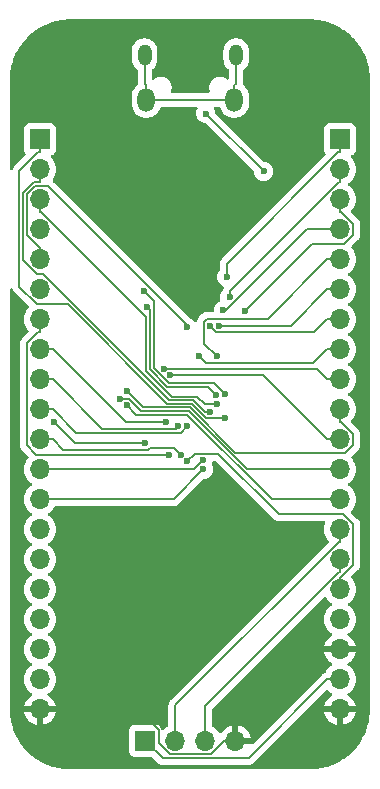
<source format=gbr>
G04 #@! TF.GenerationSoftware,KiCad,Pcbnew,7.0.5*
G04 #@! TF.CreationDate,2023-06-26T03:35:33+05:30*
G04 #@! TF.ProjectId,STM32_Dev_Board_v0.1,53544d33-325f-4446-9576-5f426f617264,rev?*
G04 #@! TF.SameCoordinates,Original*
G04 #@! TF.FileFunction,Copper,L2,Bot*
G04 #@! TF.FilePolarity,Positive*
%FSLAX46Y46*%
G04 Gerber Fmt 4.6, Leading zero omitted, Abs format (unit mm)*
G04 Created by KiCad (PCBNEW 7.0.5) date 2023-06-26 03:35:33*
%MOMM*%
%LPD*%
G01*
G04 APERTURE LIST*
G04 #@! TA.AperFunction,ComponentPad*
%ADD10R,1.700000X1.700000*%
G04 #@! TD*
G04 #@! TA.AperFunction,ComponentPad*
%ADD11O,1.700000X1.700000*%
G04 #@! TD*
G04 #@! TA.AperFunction,ComponentPad*
%ADD12O,1.450000X2.000000*%
G04 #@! TD*
G04 #@! TA.AperFunction,ComponentPad*
%ADD13O,1.150000X1.800000*%
G04 #@! TD*
G04 #@! TA.AperFunction,ViaPad*
%ADD14C,0.600000*%
G04 #@! TD*
G04 #@! TA.AperFunction,Conductor*
%ADD15C,0.152400*%
G04 #@! TD*
G04 APERTURE END LIST*
D10*
X101600000Y-53340000D03*
D11*
X101600000Y-55880000D03*
X101600000Y-58420000D03*
X101600000Y-60960000D03*
X101600000Y-63500000D03*
X101600000Y-66040000D03*
X101600000Y-68580000D03*
X101600000Y-71120000D03*
X101600000Y-73660000D03*
X101600000Y-76200000D03*
X101600000Y-78740000D03*
X101600000Y-81280000D03*
X101600000Y-83820000D03*
X101600000Y-86360000D03*
X101600000Y-88900000D03*
X101600000Y-91440000D03*
X101600000Y-93980000D03*
X101600000Y-96520000D03*
X101600000Y-99060000D03*
X101600000Y-101600000D03*
D10*
X76200000Y-53340000D03*
D11*
X76200000Y-55880000D03*
X76200000Y-58420000D03*
X76200000Y-60960000D03*
X76200000Y-63500000D03*
X76200000Y-66040000D03*
X76200000Y-68580000D03*
X76200000Y-71120000D03*
X76200000Y-73660000D03*
X76200000Y-76200000D03*
X76200000Y-78740000D03*
X76200000Y-81280000D03*
X76200000Y-83820000D03*
X76200000Y-86360000D03*
X76200000Y-88900000D03*
X76200000Y-91440000D03*
X76200000Y-93980000D03*
X76200000Y-96520000D03*
X76200000Y-99060000D03*
X76200000Y-101600000D03*
D12*
X92665000Y-50001400D03*
X85215000Y-50001400D03*
D13*
X92815000Y-46201400D03*
X85065000Y-46201400D03*
D10*
X85125400Y-104267000D03*
D11*
X87665400Y-104267000D03*
X90205400Y-104267000D03*
X92745400Y-104267000D03*
D14*
X85107200Y-79088600D03*
X77373900Y-77255000D03*
X88658000Y-80608300D03*
X87201100Y-73336000D03*
X83539700Y-74618200D03*
X86667600Y-72802600D03*
X89650000Y-71717700D03*
X90585300Y-69114000D03*
X91345300Y-69119700D03*
X91150000Y-71728100D03*
X91733800Y-67814900D03*
X93538000Y-67917900D03*
X92267300Y-66720900D03*
X92025200Y-64995800D03*
X90044600Y-81286200D03*
X89996400Y-80517000D03*
X88139700Y-80059800D03*
X88658100Y-77636300D03*
X91179700Y-75790900D03*
X90580600Y-76405000D03*
X91870100Y-76935500D03*
X82991200Y-75345900D03*
X83541400Y-75876500D03*
X87900900Y-77639400D03*
X86831600Y-77301000D03*
X87150000Y-80040000D03*
X88609300Y-69260600D03*
X95138600Y-56058000D03*
X90240000Y-51159400D03*
X84995500Y-66199300D03*
X91846500Y-74900500D03*
X91079400Y-74953100D03*
X85292400Y-67564000D03*
D15*
X79207500Y-79088600D02*
X85107200Y-79088600D01*
X77373900Y-77255000D02*
X79207500Y-79088600D01*
X101600000Y-91440000D02*
X101600000Y-90359500D01*
X89287300Y-79979000D02*
X88658000Y-80608300D01*
X91291800Y-79979000D02*
X89287300Y-79979000D01*
X96402800Y-85090000D02*
X91291800Y-79979000D01*
X101887000Y-85090000D02*
X96402800Y-85090000D01*
X102700100Y-85903100D02*
X101887000Y-85090000D01*
X102700100Y-89371300D02*
X102700100Y-85903100D01*
X101711900Y-90359500D02*
X102700100Y-89371300D01*
X101600000Y-90359500D02*
X101711900Y-90359500D01*
X101600000Y-78740000D02*
X100519500Y-78740000D01*
X95115500Y-73336000D02*
X87201100Y-73336000D01*
X100519500Y-78740000D02*
X95115500Y-73336000D01*
X101600000Y-76200000D02*
X101600000Y-77280500D01*
X84958800Y-76037300D02*
X83539700Y-74618200D01*
X88911600Y-76037300D02*
X84958800Y-76037300D01*
X92744800Y-79870500D02*
X88911600Y-76037300D01*
X102065500Y-79870500D02*
X92744800Y-79870500D01*
X102720800Y-79215200D02*
X102065500Y-79870500D01*
X102720800Y-78289400D02*
X102720800Y-79215200D01*
X101711900Y-77280500D02*
X102720800Y-78289400D01*
X101600000Y-77280500D02*
X101711900Y-77280500D01*
X101600000Y-73660000D02*
X100519500Y-73660000D01*
X99662100Y-72802600D02*
X86667600Y-72802600D01*
X100519500Y-73660000D02*
X99662100Y-72802600D01*
X101600000Y-71120000D02*
X100519500Y-71120000D01*
X90229000Y-72296700D02*
X89650000Y-71717700D01*
X99342800Y-72296700D02*
X90229000Y-72296700D01*
X100519500Y-71120000D02*
X99342800Y-72296700D01*
X101600000Y-68580000D02*
X100519500Y-68580000D01*
X91131700Y-69660400D02*
X90585300Y-69114000D01*
X99439100Y-69660400D02*
X91131700Y-69660400D01*
X100519500Y-68580000D02*
X99439100Y-69660400D01*
X101600000Y-66040000D02*
X100519500Y-66040000D01*
X97439800Y-69119700D02*
X91345300Y-69119700D01*
X100519500Y-66040000D02*
X97439800Y-69119700D01*
X101600000Y-63500000D02*
X100519500Y-63500000D01*
X90053600Y-70631700D02*
X91150000Y-71728100D01*
X90053600Y-68810600D02*
X90053600Y-70631700D01*
X90320400Y-68543800D02*
X90053600Y-68810600D01*
X95475700Y-68543800D02*
X90320400Y-68543800D01*
X100519500Y-63500000D02*
X95475700Y-68543800D01*
X91733800Y-67814800D02*
X91733800Y-67814900D01*
X91923600Y-67814800D02*
X91733800Y-67814800D01*
X98778400Y-60960000D02*
X91923600Y-67814800D01*
X101600000Y-60960000D02*
X98778400Y-60960000D01*
X101600000Y-58420000D02*
X101600000Y-59500500D01*
X101711900Y-59500500D02*
X101600000Y-59500500D01*
X102694300Y-60482900D02*
X101711900Y-59500500D01*
X102694300Y-61461700D02*
X102694300Y-60482900D01*
X101926000Y-62230000D02*
X102694300Y-61461700D01*
X99225900Y-62230000D02*
X101926000Y-62230000D01*
X93538000Y-67917900D02*
X99225900Y-62230000D01*
X101488100Y-56960500D02*
X101600000Y-56960500D01*
X92267300Y-66181300D02*
X101488100Y-56960500D01*
X92267300Y-66720900D02*
X92267300Y-66181300D01*
X101600000Y-55880000D02*
X101600000Y-56960500D01*
X101600000Y-53340000D02*
X101600000Y-54420500D01*
X101464900Y-54420500D02*
X101600000Y-54420500D01*
X92025200Y-63860200D02*
X101464900Y-54420500D01*
X92025200Y-64995800D02*
X92025200Y-63860200D01*
X87510800Y-83820000D02*
X90044600Y-81286200D01*
X76200000Y-83820000D02*
X87510800Y-83820000D01*
X76200000Y-81280000D02*
X77280500Y-81280000D01*
X89233400Y-81280000D02*
X89996400Y-80517000D01*
X77280500Y-81280000D02*
X89233400Y-81280000D01*
X76200000Y-78740000D02*
X77280500Y-78740000D01*
X87545600Y-79465700D02*
X88139700Y-80059800D01*
X85480400Y-79465700D02*
X87545600Y-79465700D01*
X85327000Y-79619100D02*
X85480400Y-79465700D01*
X78159600Y-79619100D02*
X85327000Y-79619100D01*
X77280500Y-78740000D02*
X78159600Y-79619100D01*
X76200000Y-76200000D02*
X77280500Y-76200000D01*
X79252500Y-78172000D02*
X77280500Y-76200000D01*
X88122400Y-78172000D02*
X79252500Y-78172000D01*
X88658100Y-77636300D02*
X88122400Y-78172000D01*
X76311900Y-59500500D02*
X76200000Y-59500500D01*
X85179500Y-68368100D02*
X76311900Y-59500500D01*
X85179500Y-72941500D02*
X85179500Y-68368100D01*
X87355200Y-75117200D02*
X85179500Y-72941500D01*
X89508500Y-75117200D02*
X87355200Y-75117200D01*
X90182200Y-75790900D02*
X89508500Y-75117200D01*
X91179700Y-75790900D02*
X90182200Y-75790900D01*
X76200000Y-58420000D02*
X76200000Y-59500500D01*
X76200000Y-55880000D02*
X76200000Y-56960500D01*
X90146800Y-76405000D02*
X90580600Y-76405000D01*
X89165700Y-75423900D02*
X90146800Y-76405000D01*
X87126900Y-75423900D02*
X89165700Y-75423900D01*
X76473000Y-64770000D02*
X87126900Y-75423900D01*
X75940500Y-64770000D02*
X76473000Y-64770000D01*
X74764700Y-63594200D02*
X75940500Y-64770000D01*
X74764700Y-57855500D02*
X74764700Y-63594200D01*
X75659700Y-56960500D02*
X74764700Y-57855500D01*
X76200000Y-56960500D02*
X75659700Y-56960500D01*
X76200000Y-53340000D02*
X76200000Y-54420500D01*
X90243600Y-76935500D02*
X91870100Y-76935500D01*
X89038700Y-75730600D02*
X90243600Y-76935500D01*
X86957500Y-75730600D02*
X89038700Y-75730600D01*
X78536900Y-67310000D02*
X86957500Y-75730600D01*
X75925700Y-67310000D02*
X78536900Y-67310000D01*
X74458000Y-65842300D02*
X75925700Y-67310000D01*
X74458000Y-56027400D02*
X74458000Y-65842300D01*
X76064900Y-54420500D02*
X74458000Y-56027400D01*
X76200000Y-54420500D02*
X76064900Y-54420500D01*
X92815000Y-48620900D02*
X92665000Y-48770900D01*
X92815000Y-46201400D02*
X92815000Y-48620900D01*
X92665000Y-50001400D02*
X92665000Y-48770900D01*
X92665000Y-50001400D02*
X91709500Y-50001400D01*
X85215000Y-50001400D02*
X91709500Y-50001400D01*
X85065000Y-48620900D02*
X85215000Y-48770900D01*
X85065000Y-46201400D02*
X85065000Y-48620900D01*
X85215000Y-50001400D02*
X85215000Y-48770900D01*
X101600000Y-81280000D02*
X100519500Y-81280000D01*
X93720500Y-81280000D02*
X100519500Y-81280000D01*
X88784500Y-76344000D02*
X93720500Y-81280000D01*
X84767100Y-76344000D02*
X88784500Y-76344000D01*
X83769000Y-75345900D02*
X84767100Y-76344000D01*
X82991200Y-75345900D02*
X83769000Y-75345900D01*
X101600000Y-83820000D02*
X100519500Y-83820000D01*
X95826700Y-83820000D02*
X100519500Y-83820000D01*
X88690400Y-76683700D02*
X95826700Y-83820000D01*
X84348600Y-76683700D02*
X88690400Y-76683700D01*
X83541400Y-75876500D02*
X84348600Y-76683700D01*
X76200000Y-73660000D02*
X77280500Y-73660000D01*
X87708800Y-77831500D02*
X87900900Y-77639400D01*
X81452000Y-77831500D02*
X87708800Y-77831500D01*
X77280500Y-73660000D02*
X81452000Y-77831500D01*
X76200000Y-71120000D02*
X77280500Y-71120000D01*
X83461500Y-77301000D02*
X86831600Y-77301000D01*
X77280500Y-71120000D02*
X83461500Y-77301000D01*
X76200000Y-68580000D02*
X76200000Y-69660500D01*
X76064900Y-69660500D02*
X76200000Y-69660500D01*
X75110500Y-70614900D02*
X76064900Y-69660500D01*
X75110500Y-79252200D02*
X75110500Y-70614900D01*
X75898300Y-80040000D02*
X75110500Y-79252200D01*
X87150000Y-80040000D02*
X75898300Y-80040000D01*
X76200000Y-63500000D02*
X76200000Y-62419500D01*
X88609300Y-69020900D02*
X88609300Y-69260600D01*
X76891700Y-57303300D02*
X88609300Y-69020900D01*
X75768600Y-57303300D02*
X76891700Y-57303300D01*
X75119500Y-57952400D02*
X75768600Y-57303300D01*
X75119500Y-61451000D02*
X75119500Y-57952400D01*
X76088000Y-62419500D02*
X75119500Y-61451000D01*
X76200000Y-62419500D02*
X76088000Y-62419500D01*
X101600000Y-88900000D02*
X101600000Y-89980500D01*
X90205400Y-101285300D02*
X90205400Y-104267000D01*
X101510200Y-89980500D02*
X90205400Y-101285300D01*
X101600000Y-89980500D02*
X101510200Y-89980500D01*
X101488000Y-87440500D02*
X101600000Y-87440500D01*
X87665400Y-101263100D02*
X101488000Y-87440500D01*
X87665400Y-104267000D02*
X87665400Y-101263100D01*
X101600000Y-86360000D02*
X101600000Y-87440500D01*
X90240000Y-51159400D02*
X95138600Y-56058000D01*
X85859500Y-67063300D02*
X84995500Y-66199300D01*
X85859500Y-72744900D02*
X85859500Y-67063300D01*
X87121200Y-74006600D02*
X85859500Y-72744900D01*
X90952600Y-74006600D02*
X87121200Y-74006600D01*
X91846500Y-74900500D02*
X90952600Y-74006600D01*
X85486200Y-67757800D02*
X85292400Y-67564000D01*
X85486200Y-72805500D02*
X85486200Y-67757800D01*
X86994000Y-74313300D02*
X85486200Y-72805500D01*
X90439600Y-74313300D02*
X86994000Y-74313300D01*
X91079400Y-74953100D02*
X90439600Y-74313300D01*
X84545800Y-101600000D02*
X76200000Y-101600000D01*
X86287400Y-103341600D02*
X84545800Y-101600000D01*
X86287400Y-104417000D02*
X86287400Y-103341600D01*
X87250300Y-105379900D02*
X86287400Y-104417000D01*
X90687100Y-105379900D02*
X87250300Y-105379900D01*
X91664900Y-104402100D02*
X90687100Y-105379900D01*
X91664900Y-104267000D02*
X91664900Y-104402100D01*
X92745400Y-104267000D02*
X91664900Y-104267000D01*
X101600000Y-99060000D02*
X100519500Y-99060000D01*
X93859000Y-105720500D02*
X100519500Y-99060000D01*
X86578900Y-105720500D02*
X93859000Y-105720500D01*
X85125400Y-104267000D02*
X86578900Y-105720500D01*
G04 #@! TA.AperFunction,Conductor*
G36*
X99061279Y-43180552D02*
G01*
X99277547Y-43189497D01*
X99482732Y-43198456D01*
X99487654Y-43198870D01*
X99705758Y-43226057D01*
X99910849Y-43253058D01*
X99915420Y-43253837D01*
X100130328Y-43298898D01*
X100332714Y-43343766D01*
X100336969Y-43344869D01*
X100547452Y-43407533D01*
X100745378Y-43469939D01*
X100749180Y-43471277D01*
X100953348Y-43550944D01*
X100954453Y-43551388D01*
X101090777Y-43607856D01*
X101145763Y-43630632D01*
X101149246Y-43632202D01*
X101346123Y-43728450D01*
X101347341Y-43729064D01*
X101477930Y-43797045D01*
X101531061Y-43824704D01*
X101534170Y-43826437D01*
X101722329Y-43938555D01*
X101723839Y-43939485D01*
X101898522Y-44050771D01*
X101901212Y-44052586D01*
X102079439Y-44179838D01*
X102081155Y-44181109D01*
X102245405Y-44307142D01*
X102247733Y-44309019D01*
X102414843Y-44450554D01*
X102416648Y-44452143D01*
X102569339Y-44592059D01*
X102571255Y-44593893D01*
X102726104Y-44748742D01*
X102727942Y-44750662D01*
X102852261Y-44886332D01*
X102867844Y-44903338D01*
X102869444Y-44905155D01*
X103010979Y-45072265D01*
X103012856Y-45074593D01*
X103138889Y-45238843D01*
X103140160Y-45240559D01*
X103267412Y-45418786D01*
X103269239Y-45421494D01*
X103380490Y-45596123D01*
X103381443Y-45597669D01*
X103493561Y-45785828D01*
X103495294Y-45788937D01*
X103590896Y-45972583D01*
X103591582Y-45973942D01*
X103617400Y-46026754D01*
X103687786Y-46170731D01*
X103689366Y-46174235D01*
X103768596Y-46365512D01*
X103769074Y-46366701D01*
X103801194Y-46449017D01*
X103848708Y-46570785D01*
X103850072Y-46574657D01*
X103912463Y-46772540D01*
X103975124Y-46983013D01*
X103976232Y-46987286D01*
X104021103Y-47189682D01*
X104066157Y-47404559D01*
X104066947Y-47409192D01*
X104093943Y-47614252D01*
X104121126Y-47832322D01*
X104121543Y-47837288D01*
X104130518Y-48042843D01*
X104139447Y-48258718D01*
X104139500Y-48261280D01*
X104139500Y-101598719D01*
X104139447Y-101601281D01*
X104130518Y-101817156D01*
X104121543Y-102022710D01*
X104121126Y-102027676D01*
X104093943Y-102245746D01*
X104066947Y-102450806D01*
X104066157Y-102455439D01*
X104021103Y-102670316D01*
X103976232Y-102872712D01*
X103975124Y-102876985D01*
X103912463Y-103087458D01*
X103850072Y-103285341D01*
X103848701Y-103289232D01*
X103841458Y-103307797D01*
X103769074Y-103493297D01*
X103768596Y-103494486D01*
X103689366Y-103685763D01*
X103687786Y-103689267D01*
X103591602Y-103886016D01*
X103590896Y-103887415D01*
X103495294Y-104071061D01*
X103493561Y-104074170D01*
X103381443Y-104262329D01*
X103380472Y-104263905D01*
X103269244Y-104438497D01*
X103267412Y-104441212D01*
X103140160Y-104619439D01*
X103138889Y-104621155D01*
X103012856Y-104785405D01*
X103010979Y-104787733D01*
X102869444Y-104954843D01*
X102867844Y-104956660D01*
X102727952Y-105109325D01*
X102726082Y-105111279D01*
X102571279Y-105266082D01*
X102569325Y-105267952D01*
X102416660Y-105407844D01*
X102414843Y-105409444D01*
X102247733Y-105550979D01*
X102245405Y-105552856D01*
X102081155Y-105678889D01*
X102079439Y-105680160D01*
X101901212Y-105807412D01*
X101898497Y-105809244D01*
X101723905Y-105920472D01*
X101722329Y-105921443D01*
X101534170Y-106033561D01*
X101531061Y-106035294D01*
X101347415Y-106130896D01*
X101346016Y-106131602D01*
X101149267Y-106227786D01*
X101145763Y-106229366D01*
X100954486Y-106308596D01*
X100953297Y-106309074D01*
X100749237Y-106388700D01*
X100745341Y-106390072D01*
X100547458Y-106452463D01*
X100336985Y-106515124D01*
X100332712Y-106516232D01*
X100130316Y-106561103D01*
X99915439Y-106606157D01*
X99910806Y-106606947D01*
X99705746Y-106633943D01*
X99487676Y-106661126D01*
X99482710Y-106661543D01*
X99277266Y-106670513D01*
X99067125Y-106679205D01*
X99061280Y-106679447D01*
X99058720Y-106679500D01*
X78741280Y-106679500D01*
X78738719Y-106679447D01*
X78732264Y-106679180D01*
X78522732Y-106670513D01*
X78317288Y-106661543D01*
X78312322Y-106661126D01*
X78094252Y-106633943D01*
X77889192Y-106606947D01*
X77884559Y-106606157D01*
X77669682Y-106561103D01*
X77467286Y-106516232D01*
X77463013Y-106515124D01*
X77252540Y-106452463D01*
X77054657Y-106390072D01*
X77050785Y-106388708D01*
X76918255Y-106336995D01*
X76846701Y-106309074D01*
X76845512Y-106308596D01*
X76654235Y-106229366D01*
X76650731Y-106227786D01*
X76587908Y-106197074D01*
X76453942Y-106131582D01*
X76452583Y-106130896D01*
X76268937Y-106035294D01*
X76265828Y-106033561D01*
X76077669Y-105921443D01*
X76076123Y-105920490D01*
X75901494Y-105809239D01*
X75898786Y-105807412D01*
X75720559Y-105680160D01*
X75718843Y-105678889D01*
X75554593Y-105552856D01*
X75552265Y-105550979D01*
X75385155Y-105409444D01*
X75383338Y-105407844D01*
X75230673Y-105267952D01*
X75228742Y-105266104D01*
X75073893Y-105111255D01*
X75072059Y-105109339D01*
X74932143Y-104956648D01*
X74930554Y-104954843D01*
X74789019Y-104787733D01*
X74787142Y-104785405D01*
X74661109Y-104621155D01*
X74659838Y-104619439D01*
X74644387Y-104597798D01*
X74532580Y-104441203D01*
X74530771Y-104438522D01*
X74419485Y-104263839D01*
X74418555Y-104262329D01*
X74306437Y-104074170D01*
X74304704Y-104071061D01*
X74276561Y-104016999D01*
X74209064Y-103887341D01*
X74208450Y-103886123D01*
X74112202Y-103689246D01*
X74110632Y-103685763D01*
X74031402Y-103494486D01*
X74030943Y-103493346D01*
X73951277Y-103289180D01*
X73949939Y-103285378D01*
X73887529Y-103087438D01*
X73883503Y-103073914D01*
X73824869Y-102876969D01*
X73823766Y-102872712D01*
X73778896Y-102670316D01*
X73733837Y-102455420D01*
X73733058Y-102450849D01*
X73706055Y-102245746D01*
X73678870Y-102027654D01*
X73678456Y-102022732D01*
X73669502Y-101817672D01*
X73660552Y-101601280D01*
X73660500Y-101598719D01*
X73660500Y-66068248D01*
X73680185Y-66001209D01*
X73732989Y-65955454D01*
X73802147Y-65945510D01*
X73865703Y-65974535D01*
X73899061Y-66020796D01*
X73925568Y-66084789D01*
X73947266Y-66137173D01*
X73981121Y-66181295D01*
X73981126Y-66181300D01*
X73991548Y-66194883D01*
X74040987Y-66259313D01*
X74068435Y-66280374D01*
X74074525Y-66285715D01*
X74656911Y-66868101D01*
X75235358Y-67446548D01*
X75268843Y-67507871D01*
X75263859Y-67577563D01*
X75238907Y-67618212D01*
X75124279Y-67742730D01*
X75124276Y-67742734D01*
X75001140Y-67931207D01*
X74910703Y-68137385D01*
X74855436Y-68355628D01*
X74855434Y-68355640D01*
X74836844Y-68579994D01*
X74836844Y-68580005D01*
X74855434Y-68804359D01*
X74855436Y-68804371D01*
X74910703Y-69022614D01*
X75001140Y-69228792D01*
X75124276Y-69417265D01*
X75124279Y-69417269D01*
X75214796Y-69515596D01*
X75245718Y-69578250D01*
X75237858Y-69647677D01*
X75211247Y-69687260D01*
X74727035Y-70171474D01*
X74720933Y-70176825D01*
X74693489Y-70197885D01*
X74693488Y-70197886D01*
X74693487Y-70197887D01*
X74653312Y-70250245D01*
X74653311Y-70250244D01*
X74599766Y-70320026D01*
X74582510Y-70361687D01*
X74540851Y-70462259D01*
X74540849Y-70462264D01*
X74525800Y-70576579D01*
X74520755Y-70614899D01*
X74520755Y-70614900D01*
X74525269Y-70649185D01*
X74525800Y-70657286D01*
X74525800Y-79209813D01*
X74525269Y-79217914D01*
X74520755Y-79252199D01*
X74520755Y-79252202D01*
X74525178Y-79285800D01*
X74525181Y-79285821D01*
X74540850Y-79404838D01*
X74567987Y-79470351D01*
X74599764Y-79547070D01*
X74599765Y-79547072D01*
X74599766Y-79547073D01*
X74622936Y-79577268D01*
X74646453Y-79607916D01*
X74685361Y-79658624D01*
X74693487Y-79669213D01*
X74720935Y-79690274D01*
X74727025Y-79695615D01*
X75144646Y-80113237D01*
X75207845Y-80176436D01*
X75241330Y-80237759D01*
X75236346Y-80307451D01*
X75211393Y-80348100D01*
X75124284Y-80442723D01*
X75124276Y-80442734D01*
X75001140Y-80631207D01*
X74910703Y-80837385D01*
X74855436Y-81055628D01*
X74855434Y-81055640D01*
X74836844Y-81279994D01*
X74836844Y-81280005D01*
X74855434Y-81504359D01*
X74855436Y-81504371D01*
X74910703Y-81722614D01*
X75001140Y-81928792D01*
X75124276Y-82117265D01*
X75124284Y-82117276D01*
X75276756Y-82282902D01*
X75276760Y-82282906D01*
X75454424Y-82421189D01*
X75454429Y-82421191D01*
X75454431Y-82421193D01*
X75490930Y-82440946D01*
X75540520Y-82490165D01*
X75555628Y-82558382D01*
X75531457Y-82623937D01*
X75490930Y-82659054D01*
X75454431Y-82678806D01*
X75454422Y-82678812D01*
X75276761Y-82817092D01*
X75276756Y-82817097D01*
X75124284Y-82982723D01*
X75124276Y-82982734D01*
X75001140Y-83171207D01*
X74910703Y-83377385D01*
X74855436Y-83595628D01*
X74855434Y-83595640D01*
X74836844Y-83819994D01*
X74836844Y-83820005D01*
X74855434Y-84044359D01*
X74855436Y-84044371D01*
X74910703Y-84262614D01*
X75001140Y-84468792D01*
X75124276Y-84657265D01*
X75124284Y-84657276D01*
X75276756Y-84822902D01*
X75276760Y-84822906D01*
X75454424Y-84961189D01*
X75454429Y-84961191D01*
X75454431Y-84961193D01*
X75490930Y-84980946D01*
X75540520Y-85030165D01*
X75555628Y-85098382D01*
X75531457Y-85163937D01*
X75490930Y-85199054D01*
X75454431Y-85218806D01*
X75454422Y-85218812D01*
X75276761Y-85357092D01*
X75276756Y-85357097D01*
X75124284Y-85522723D01*
X75124276Y-85522734D01*
X75001140Y-85711207D01*
X74910703Y-85917385D01*
X74855436Y-86135628D01*
X74855434Y-86135640D01*
X74836844Y-86359994D01*
X74836844Y-86360005D01*
X74855434Y-86584359D01*
X74855436Y-86584371D01*
X74910703Y-86802614D01*
X75001140Y-87008792D01*
X75124276Y-87197265D01*
X75124284Y-87197276D01*
X75276756Y-87362902D01*
X75276760Y-87362906D01*
X75454424Y-87501189D01*
X75454429Y-87501191D01*
X75454431Y-87501193D01*
X75490930Y-87520946D01*
X75540520Y-87570165D01*
X75555628Y-87638382D01*
X75531457Y-87703937D01*
X75490930Y-87739054D01*
X75454431Y-87758806D01*
X75454422Y-87758812D01*
X75276761Y-87897092D01*
X75276756Y-87897097D01*
X75124284Y-88062723D01*
X75124276Y-88062734D01*
X75001140Y-88251207D01*
X74910703Y-88457385D01*
X74855436Y-88675628D01*
X74855434Y-88675640D01*
X74836844Y-88899994D01*
X74836844Y-88900005D01*
X74855434Y-89124359D01*
X74855436Y-89124371D01*
X74910703Y-89342614D01*
X75001140Y-89548792D01*
X75124276Y-89737265D01*
X75124284Y-89737276D01*
X75276756Y-89902902D01*
X75276760Y-89902906D01*
X75454424Y-90041189D01*
X75454429Y-90041191D01*
X75454431Y-90041193D01*
X75490930Y-90060946D01*
X75540520Y-90110165D01*
X75555628Y-90178382D01*
X75531457Y-90243937D01*
X75490930Y-90279054D01*
X75454431Y-90298806D01*
X75454422Y-90298812D01*
X75276761Y-90437092D01*
X75276756Y-90437097D01*
X75124284Y-90602723D01*
X75124276Y-90602734D01*
X75001140Y-90791207D01*
X74910703Y-90997385D01*
X74855436Y-91215628D01*
X74855434Y-91215640D01*
X74836844Y-91439994D01*
X74836844Y-91440005D01*
X74855434Y-91664359D01*
X74855436Y-91664371D01*
X74910703Y-91882614D01*
X75001140Y-92088792D01*
X75124276Y-92277265D01*
X75124284Y-92277276D01*
X75276756Y-92442902D01*
X75276760Y-92442906D01*
X75454424Y-92581189D01*
X75454429Y-92581191D01*
X75454431Y-92581193D01*
X75490930Y-92600946D01*
X75540520Y-92650165D01*
X75555628Y-92718382D01*
X75531457Y-92783937D01*
X75490930Y-92819054D01*
X75454431Y-92838806D01*
X75454422Y-92838812D01*
X75276761Y-92977092D01*
X75276756Y-92977097D01*
X75124284Y-93142723D01*
X75124276Y-93142734D01*
X75001140Y-93331207D01*
X74910703Y-93537385D01*
X74855436Y-93755628D01*
X74855434Y-93755640D01*
X74836844Y-93979994D01*
X74836844Y-93980005D01*
X74855434Y-94204359D01*
X74855436Y-94204371D01*
X74910703Y-94422614D01*
X75001140Y-94628792D01*
X75124276Y-94817265D01*
X75124284Y-94817276D01*
X75276756Y-94982902D01*
X75276760Y-94982906D01*
X75454424Y-95121189D01*
X75454429Y-95121191D01*
X75454431Y-95121193D01*
X75490930Y-95140946D01*
X75540520Y-95190165D01*
X75555628Y-95258382D01*
X75531457Y-95323937D01*
X75490930Y-95359054D01*
X75454431Y-95378806D01*
X75454422Y-95378812D01*
X75276761Y-95517092D01*
X75276756Y-95517097D01*
X75124284Y-95682723D01*
X75124276Y-95682734D01*
X75001140Y-95871207D01*
X74910703Y-96077385D01*
X74855436Y-96295628D01*
X74855434Y-96295640D01*
X74836844Y-96519994D01*
X74836844Y-96520005D01*
X74855434Y-96744359D01*
X74855436Y-96744371D01*
X74910703Y-96962614D01*
X75001140Y-97168792D01*
X75124276Y-97357265D01*
X75124284Y-97357276D01*
X75276756Y-97522902D01*
X75276760Y-97522906D01*
X75454424Y-97661189D01*
X75454429Y-97661191D01*
X75454431Y-97661193D01*
X75490930Y-97680946D01*
X75540520Y-97730165D01*
X75555628Y-97798382D01*
X75531457Y-97863937D01*
X75490930Y-97899054D01*
X75454431Y-97918806D01*
X75454422Y-97918812D01*
X75276761Y-98057092D01*
X75276756Y-98057097D01*
X75124284Y-98222723D01*
X75124276Y-98222734D01*
X75001140Y-98411207D01*
X74910703Y-98617385D01*
X74855436Y-98835628D01*
X74855434Y-98835640D01*
X74836844Y-99059994D01*
X74836844Y-99060005D01*
X74855434Y-99284359D01*
X74855436Y-99284371D01*
X74910703Y-99502614D01*
X75001140Y-99708792D01*
X75124276Y-99897265D01*
X75124284Y-99897276D01*
X75276756Y-100062902D01*
X75276760Y-100062906D01*
X75454424Y-100201189D01*
X75497693Y-100224605D01*
X75497695Y-100224606D01*
X75547286Y-100273825D01*
X75562394Y-100342042D01*
X75538224Y-100407597D01*
X75509802Y-100435236D01*
X75328922Y-100561890D01*
X75328920Y-100561891D01*
X75161891Y-100728920D01*
X75161886Y-100728926D01*
X75026400Y-100922420D01*
X75026399Y-100922422D01*
X74926570Y-101136507D01*
X74926567Y-101136513D01*
X74869364Y-101349999D01*
X74869364Y-101350000D01*
X75766314Y-101350000D01*
X75740507Y-101390156D01*
X75700000Y-101528111D01*
X75700000Y-101671889D01*
X75740507Y-101809844D01*
X75766314Y-101850000D01*
X74869364Y-101850000D01*
X74926567Y-102063486D01*
X74926570Y-102063492D01*
X75026399Y-102277578D01*
X75161894Y-102471082D01*
X75328917Y-102638105D01*
X75522421Y-102773600D01*
X75736507Y-102873429D01*
X75736516Y-102873433D01*
X75950000Y-102930634D01*
X75950000Y-102035501D01*
X76057685Y-102084680D01*
X76164237Y-102100000D01*
X76235763Y-102100000D01*
X76342315Y-102084680D01*
X76450000Y-102035501D01*
X76450000Y-102930633D01*
X76663483Y-102873433D01*
X76663492Y-102873429D01*
X76877578Y-102773600D01*
X77071082Y-102638105D01*
X77238105Y-102471082D01*
X77373600Y-102277578D01*
X77473429Y-102063492D01*
X77473432Y-102063486D01*
X77530636Y-101850000D01*
X76633686Y-101850000D01*
X76659493Y-101809844D01*
X76700000Y-101671889D01*
X76700000Y-101528111D01*
X76659493Y-101390156D01*
X76633686Y-101350000D01*
X77530636Y-101350000D01*
X77530635Y-101349999D01*
X77473432Y-101136513D01*
X77473429Y-101136507D01*
X77373600Y-100922422D01*
X77373599Y-100922420D01*
X77238113Y-100728926D01*
X77238108Y-100728920D01*
X77071082Y-100561894D01*
X76890197Y-100435236D01*
X76846572Y-100380659D01*
X76839380Y-100311160D01*
X76870902Y-100248806D01*
X76902300Y-100224608D01*
X76945576Y-100201189D01*
X77123240Y-100062906D01*
X77275722Y-99897268D01*
X77398860Y-99708791D01*
X77489296Y-99502616D01*
X77544564Y-99284368D01*
X77563156Y-99060000D01*
X77544564Y-98835632D01*
X77489296Y-98617384D01*
X77398860Y-98411209D01*
X77398855Y-98411202D01*
X77275723Y-98222734D01*
X77275715Y-98222723D01*
X77123243Y-98057097D01*
X77123238Y-98057092D01*
X76945577Y-97918812D01*
X76945578Y-97918812D01*
X76945576Y-97918811D01*
X76909070Y-97899055D01*
X76859479Y-97849836D01*
X76844371Y-97781619D01*
X76868541Y-97716064D01*
X76909070Y-97680945D01*
X76909084Y-97680936D01*
X76945576Y-97661189D01*
X77123240Y-97522906D01*
X77275722Y-97357268D01*
X77398860Y-97168791D01*
X77489296Y-96962616D01*
X77544564Y-96744368D01*
X77563156Y-96520000D01*
X77544564Y-96295632D01*
X77489296Y-96077384D01*
X77398860Y-95871209D01*
X77275722Y-95682732D01*
X77275719Y-95682729D01*
X77275715Y-95682723D01*
X77123243Y-95517097D01*
X77123238Y-95517092D01*
X76945577Y-95378812D01*
X76945578Y-95378812D01*
X76945576Y-95378811D01*
X76909070Y-95359055D01*
X76859479Y-95309836D01*
X76844371Y-95241619D01*
X76868541Y-95176064D01*
X76909070Y-95140945D01*
X76909084Y-95140936D01*
X76945576Y-95121189D01*
X77123240Y-94982906D01*
X77275722Y-94817268D01*
X77398860Y-94628791D01*
X77489296Y-94422616D01*
X77544564Y-94204368D01*
X77563156Y-93980000D01*
X77544564Y-93755632D01*
X77489296Y-93537384D01*
X77398860Y-93331209D01*
X77275722Y-93142732D01*
X77275719Y-93142729D01*
X77275715Y-93142723D01*
X77123243Y-92977097D01*
X77123238Y-92977092D01*
X76945577Y-92838812D01*
X76945578Y-92838812D01*
X76945576Y-92838811D01*
X76909070Y-92819055D01*
X76859479Y-92769836D01*
X76844371Y-92701619D01*
X76868541Y-92636064D01*
X76909070Y-92600945D01*
X76909084Y-92600936D01*
X76945576Y-92581189D01*
X77123240Y-92442906D01*
X77275722Y-92277268D01*
X77398860Y-92088791D01*
X77489296Y-91882616D01*
X77544564Y-91664368D01*
X77563156Y-91440000D01*
X77544564Y-91215632D01*
X77489296Y-90997384D01*
X77398860Y-90791209D01*
X77275722Y-90602732D01*
X77275719Y-90602729D01*
X77275715Y-90602723D01*
X77123243Y-90437097D01*
X77123238Y-90437092D01*
X76945577Y-90298812D01*
X76945572Y-90298808D01*
X76909068Y-90279053D01*
X76859478Y-90229833D01*
X76844371Y-90161616D01*
X76868542Y-90096061D01*
X76909069Y-90060945D01*
X76945576Y-90041189D01*
X77123240Y-89902906D01*
X77275722Y-89737268D01*
X77398860Y-89548791D01*
X77489296Y-89342616D01*
X77544564Y-89124368D01*
X77563156Y-88900000D01*
X77544564Y-88675632D01*
X77489296Y-88457384D01*
X77398860Y-88251209D01*
X77275722Y-88062732D01*
X77275719Y-88062729D01*
X77275715Y-88062723D01*
X77123243Y-87897097D01*
X77123238Y-87897092D01*
X76945577Y-87758812D01*
X76945578Y-87758812D01*
X76945576Y-87758811D01*
X76909070Y-87739055D01*
X76859479Y-87689836D01*
X76844371Y-87621619D01*
X76868541Y-87556064D01*
X76909070Y-87520945D01*
X76909084Y-87520936D01*
X76945576Y-87501189D01*
X77123240Y-87362906D01*
X77275722Y-87197268D01*
X77398860Y-87008791D01*
X77489296Y-86802616D01*
X77544564Y-86584368D01*
X77563156Y-86360000D01*
X77544564Y-86135632D01*
X77489296Y-85917384D01*
X77398860Y-85711209D01*
X77387868Y-85694385D01*
X77326683Y-85600734D01*
X77275722Y-85522732D01*
X77275719Y-85522729D01*
X77275715Y-85522723D01*
X77123243Y-85357097D01*
X77123238Y-85357092D01*
X76945577Y-85218812D01*
X76945578Y-85218812D01*
X76945576Y-85218811D01*
X76909070Y-85199055D01*
X76859479Y-85149836D01*
X76844371Y-85081619D01*
X76868541Y-85016064D01*
X76909070Y-84980945D01*
X76909084Y-84980936D01*
X76945576Y-84961189D01*
X77123240Y-84822906D01*
X77275722Y-84657268D01*
X77375008Y-84505300D01*
X77401666Y-84464497D01*
X77402791Y-84465232D01*
X77447609Y-84420086D01*
X77507433Y-84404700D01*
X87468414Y-84404700D01*
X87476513Y-84405230D01*
X87510800Y-84409745D01*
X87549119Y-84404700D01*
X87549121Y-84404700D01*
X87663437Y-84389650D01*
X87764008Y-84347990D01*
X87764011Y-84347990D01*
X87805673Y-84330734D01*
X87850184Y-84296579D01*
X87850184Y-84296577D01*
X87927813Y-84237013D01*
X87948875Y-84209562D01*
X87954216Y-84203472D01*
X90028880Y-82128809D01*
X90090201Y-82095326D01*
X90102677Y-82093272D01*
X90225641Y-82079418D01*
X90225644Y-82079417D01*
X90225647Y-82079417D01*
X90397615Y-82019243D01*
X90551881Y-81922311D01*
X90680711Y-81793481D01*
X90777643Y-81639215D01*
X90837817Y-81467247D01*
X90858216Y-81286200D01*
X90857517Y-81280000D01*
X90837818Y-81105158D01*
X90837817Y-81105153D01*
X90820489Y-81055632D01*
X90777643Y-80933185D01*
X90777641Y-80933182D01*
X90777641Y-80933181D01*
X90764257Y-80911881D01*
X90745256Y-80844645D01*
X90752209Y-80804952D01*
X90789616Y-80698051D01*
X90789616Y-80698049D01*
X90789617Y-80698047D01*
X90792089Y-80676111D01*
X90792348Y-80673815D01*
X90819415Y-80609402D01*
X90877010Y-80569847D01*
X90915568Y-80563700D01*
X90998248Y-80563700D01*
X91065287Y-80583385D01*
X91085929Y-80600019D01*
X95959378Y-85473469D01*
X95964731Y-85479573D01*
X95985787Y-85507013D01*
X96016451Y-85530542D01*
X96016452Y-85530543D01*
X96059020Y-85563206D01*
X96107926Y-85600733D01*
X96107927Y-85600733D01*
X96107928Y-85600734D01*
X96250162Y-85659650D01*
X96250163Y-85659650D01*
X96402799Y-85679746D01*
X96402800Y-85679746D01*
X96437096Y-85675230D01*
X96445195Y-85674700D01*
X100227359Y-85674700D01*
X100294398Y-85694385D01*
X100340153Y-85747189D01*
X100350097Y-85816347D01*
X100340915Y-85848510D01*
X100310703Y-85917385D01*
X100255436Y-86135628D01*
X100255434Y-86135640D01*
X100236844Y-86359994D01*
X100236844Y-86360005D01*
X100255434Y-86584359D01*
X100255436Y-86584371D01*
X100310703Y-86802614D01*
X100401140Y-87008792D01*
X100524276Y-87197265D01*
X100524278Y-87197268D01*
X100625869Y-87307624D01*
X100656791Y-87370277D01*
X100648931Y-87439703D01*
X100622320Y-87479287D01*
X87281935Y-100819674D01*
X87275833Y-100825025D01*
X87248387Y-100846086D01*
X87207823Y-100898952D01*
X87154524Y-100968410D01*
X87153884Y-100970113D01*
X87095751Y-101110459D01*
X87095749Y-101110464D01*
X87080700Y-101224779D01*
X87075655Y-101263099D01*
X87075655Y-101263100D01*
X87080169Y-101297385D01*
X87080700Y-101305486D01*
X87080700Y-102964860D01*
X87061015Y-103031899D01*
X87015718Y-103073914D01*
X86919831Y-103125805D01*
X86919822Y-103125812D01*
X86742161Y-103264092D01*
X86678948Y-103332760D01*
X86619061Y-103368750D01*
X86549223Y-103366649D01*
X86491607Y-103327124D01*
X86471538Y-103292110D01*
X86426289Y-103170796D01*
X86392614Y-103125812D01*
X86338661Y-103053739D01*
X86221604Y-102966111D01*
X86218250Y-102964860D01*
X86084603Y-102915011D01*
X86024054Y-102908500D01*
X86024038Y-102908500D01*
X84226762Y-102908500D01*
X84226745Y-102908500D01*
X84166197Y-102915011D01*
X84166195Y-102915011D01*
X84029195Y-102966111D01*
X83912139Y-103053739D01*
X83824511Y-103170795D01*
X83773411Y-103307795D01*
X83773411Y-103307797D01*
X83766900Y-103368345D01*
X83766900Y-105165654D01*
X83773411Y-105226202D01*
X83773411Y-105226204D01*
X83788983Y-105267952D01*
X83824511Y-105363204D01*
X83912139Y-105480261D01*
X84029196Y-105567889D01*
X84166199Y-105618989D01*
X84193450Y-105621918D01*
X84226745Y-105625499D01*
X84226762Y-105625500D01*
X85605647Y-105625500D01*
X85672686Y-105645185D01*
X85693328Y-105661819D01*
X86135478Y-106103969D01*
X86140831Y-106110073D01*
X86157351Y-106131602D01*
X86161887Y-106137513D01*
X86192551Y-106161042D01*
X86284027Y-106231234D01*
X86333367Y-106251671D01*
X86426263Y-106290150D01*
X86534794Y-106304438D01*
X86540563Y-106305198D01*
X86540579Y-106305200D01*
X86540581Y-106305200D01*
X86578900Y-106310245D01*
X86613188Y-106305730D01*
X86621286Y-106305200D01*
X93816614Y-106305200D01*
X93824713Y-106305730D01*
X93859000Y-106310245D01*
X93897319Y-106305200D01*
X93897321Y-106305200D01*
X94011637Y-106290150D01*
X94112208Y-106248490D01*
X94112211Y-106248490D01*
X94153873Y-106231234D01*
X94198384Y-106197079D01*
X94198384Y-106197077D01*
X94276013Y-106137513D01*
X94297075Y-106110062D01*
X94302420Y-106103969D01*
X100425633Y-99980756D01*
X100486954Y-99947273D01*
X100556646Y-99952257D01*
X100604539Y-99984454D01*
X100676760Y-100062906D01*
X100854424Y-100201189D01*
X100897693Y-100224605D01*
X100897695Y-100224606D01*
X100947286Y-100273825D01*
X100962394Y-100342042D01*
X100938224Y-100407597D01*
X100909802Y-100435236D01*
X100728922Y-100561890D01*
X100728920Y-100561891D01*
X100561891Y-100728920D01*
X100561886Y-100728926D01*
X100426400Y-100922420D01*
X100426399Y-100922422D01*
X100326570Y-101136507D01*
X100326567Y-101136513D01*
X100269364Y-101349999D01*
X100269364Y-101350000D01*
X101166314Y-101350000D01*
X101140507Y-101390156D01*
X101100000Y-101528111D01*
X101100000Y-101671889D01*
X101140507Y-101809844D01*
X101166314Y-101850000D01*
X100269364Y-101850000D01*
X100326567Y-102063486D01*
X100326570Y-102063492D01*
X100426399Y-102277578D01*
X100561894Y-102471082D01*
X100728917Y-102638105D01*
X100922421Y-102773600D01*
X101136507Y-102873429D01*
X101136516Y-102873433D01*
X101350000Y-102930634D01*
X101350000Y-102035501D01*
X101457685Y-102084680D01*
X101564237Y-102100000D01*
X101635763Y-102100000D01*
X101742315Y-102084680D01*
X101850000Y-102035501D01*
X101850000Y-102930633D01*
X102063483Y-102873433D01*
X102063492Y-102873429D01*
X102277578Y-102773600D01*
X102471082Y-102638105D01*
X102638105Y-102471082D01*
X102773600Y-102277578D01*
X102873429Y-102063492D01*
X102873432Y-102063486D01*
X102930636Y-101850000D01*
X102033686Y-101850000D01*
X102059493Y-101809844D01*
X102100000Y-101671889D01*
X102100000Y-101528111D01*
X102059493Y-101390156D01*
X102033686Y-101350000D01*
X102930636Y-101350000D01*
X102930635Y-101349999D01*
X102873432Y-101136513D01*
X102873429Y-101136507D01*
X102773600Y-100922422D01*
X102773599Y-100922420D01*
X102638113Y-100728926D01*
X102638108Y-100728920D01*
X102471082Y-100561894D01*
X102290197Y-100435236D01*
X102246572Y-100380659D01*
X102239380Y-100311160D01*
X102270902Y-100248806D01*
X102302300Y-100224608D01*
X102345576Y-100201189D01*
X102523240Y-100062906D01*
X102675722Y-99897268D01*
X102798860Y-99708791D01*
X102889296Y-99502616D01*
X102944564Y-99284368D01*
X102963156Y-99060000D01*
X102944564Y-98835632D01*
X102889296Y-98617384D01*
X102798860Y-98411209D01*
X102798855Y-98411202D01*
X102675723Y-98222734D01*
X102675715Y-98222723D01*
X102523243Y-98057097D01*
X102523238Y-98057092D01*
X102345577Y-97918812D01*
X102345577Y-97918811D01*
X102302303Y-97895393D01*
X102252713Y-97846173D01*
X102237605Y-97777957D01*
X102261775Y-97712401D01*
X102290198Y-97684763D01*
X102471079Y-97558108D01*
X102638105Y-97391082D01*
X102773600Y-97197578D01*
X102873429Y-96983492D01*
X102873432Y-96983486D01*
X102930636Y-96770000D01*
X102033686Y-96770000D01*
X102059493Y-96729844D01*
X102100000Y-96591889D01*
X102100000Y-96448111D01*
X102059493Y-96310156D01*
X102033686Y-96270000D01*
X102930636Y-96270000D01*
X102930635Y-96269999D01*
X102873432Y-96056513D01*
X102873429Y-96056507D01*
X102773600Y-95842422D01*
X102773599Y-95842420D01*
X102638113Y-95648926D01*
X102638108Y-95648920D01*
X102471082Y-95481894D01*
X102290197Y-95355236D01*
X102246572Y-95300659D01*
X102239380Y-95231160D01*
X102270902Y-95168806D01*
X102302300Y-95144608D01*
X102345576Y-95121189D01*
X102523240Y-94982906D01*
X102675722Y-94817268D01*
X102798860Y-94628791D01*
X102889296Y-94422616D01*
X102944564Y-94204368D01*
X102963156Y-93980000D01*
X102944564Y-93755632D01*
X102889296Y-93537384D01*
X102798860Y-93331209D01*
X102675722Y-93142732D01*
X102675719Y-93142729D01*
X102675715Y-93142723D01*
X102523243Y-92977097D01*
X102523238Y-92977092D01*
X102345577Y-92838812D01*
X102345572Y-92838808D01*
X102309068Y-92819053D01*
X102259478Y-92769833D01*
X102244371Y-92701616D01*
X102268542Y-92636061D01*
X102309069Y-92600945D01*
X102345576Y-92581189D01*
X102523240Y-92442906D01*
X102675722Y-92277268D01*
X102798860Y-92088791D01*
X102889296Y-91882616D01*
X102944564Y-91664368D01*
X102963156Y-91440000D01*
X102944564Y-91215632D01*
X102889296Y-90997384D01*
X102798860Y-90791209D01*
X102675722Y-90602732D01*
X102675719Y-90602729D01*
X102675715Y-90602723D01*
X102574082Y-90492322D01*
X102543159Y-90429668D01*
X102551019Y-90360242D01*
X102577627Y-90320661D01*
X103083579Y-89814709D01*
X103089664Y-89809373D01*
X103117113Y-89788313D01*
X103195906Y-89685627D01*
X103210834Y-89666173D01*
X103269750Y-89523937D01*
X103289846Y-89371300D01*
X103285331Y-89337006D01*
X103284800Y-89328904D01*
X103284800Y-85945485D01*
X103285331Y-85937383D01*
X103289845Y-85903100D01*
X103284800Y-85864779D01*
X103269750Y-85750463D01*
X103211610Y-85610101D01*
X103210973Y-85608408D01*
X103176677Y-85563713D01*
X103176677Y-85563712D01*
X103176676Y-85563712D01*
X103117113Y-85486087D01*
X103117111Y-85486085D01*
X103117110Y-85486084D01*
X103089664Y-85465024D01*
X103083561Y-85459671D01*
X102570728Y-84946838D01*
X102537243Y-84885515D01*
X102542227Y-84815823D01*
X102567176Y-84775178D01*
X102675722Y-84657268D01*
X102798860Y-84468791D01*
X102889296Y-84262616D01*
X102944564Y-84044368D01*
X102963156Y-83820000D01*
X102944564Y-83595632D01*
X102889296Y-83377384D01*
X102798860Y-83171209D01*
X102675722Y-82982732D01*
X102675719Y-82982729D01*
X102675715Y-82982723D01*
X102523243Y-82817097D01*
X102523238Y-82817092D01*
X102345577Y-82678812D01*
X102345578Y-82678812D01*
X102345576Y-82678811D01*
X102309070Y-82659055D01*
X102259479Y-82609836D01*
X102244371Y-82541619D01*
X102268541Y-82476064D01*
X102309070Y-82440945D01*
X102309084Y-82440936D01*
X102345576Y-82421189D01*
X102523240Y-82282906D01*
X102675722Y-82117268D01*
X102798860Y-81928791D01*
X102889296Y-81722616D01*
X102944564Y-81504368D01*
X102947640Y-81467246D01*
X102963156Y-81280005D01*
X102963156Y-81279994D01*
X102944565Y-81055640D01*
X102944563Y-81055628D01*
X102895357Y-80861318D01*
X102889296Y-80837384D01*
X102798860Y-80631209D01*
X102794607Y-80624700D01*
X102737290Y-80536970D01*
X102675722Y-80442732D01*
X102661462Y-80427242D01*
X102585873Y-80345130D01*
X102554951Y-80282475D01*
X102562811Y-80213049D01*
X102589419Y-80173469D01*
X103104279Y-79658609D01*
X103110364Y-79653273D01*
X103137813Y-79632213D01*
X103198964Y-79552519D01*
X103231534Y-79510073D01*
X103267315Y-79423689D01*
X103290450Y-79367837D01*
X103305500Y-79253521D01*
X103305500Y-79253519D01*
X103310545Y-79215200D01*
X103306030Y-79180911D01*
X103305500Y-79172811D01*
X103305500Y-78331785D01*
X103306031Y-78323683D01*
X103310545Y-78289400D01*
X103302628Y-78229266D01*
X103290450Y-78136763D01*
X103244466Y-78025749D01*
X103231534Y-77994527D01*
X103185299Y-77934273D01*
X103147542Y-77885066D01*
X103137812Y-77872385D01*
X103110364Y-77851324D01*
X103104261Y-77845971D01*
X102577631Y-77319341D01*
X102544146Y-77258018D01*
X102549130Y-77188326D01*
X102574083Y-77147677D01*
X102675715Y-77037276D01*
X102675716Y-77037274D01*
X102675722Y-77037268D01*
X102798860Y-76848791D01*
X102889296Y-76642616D01*
X102944564Y-76424368D01*
X102944565Y-76424359D01*
X102963156Y-76200005D01*
X102963156Y-76199994D01*
X102944565Y-75975640D01*
X102944563Y-75975628D01*
X102941876Y-75965018D01*
X102889296Y-75757384D01*
X102798860Y-75551209D01*
X102675722Y-75362732D01*
X102675719Y-75362729D01*
X102675715Y-75362723D01*
X102523243Y-75197097D01*
X102523238Y-75197092D01*
X102374787Y-75081547D01*
X102345576Y-75058811D01*
X102309070Y-75039055D01*
X102259479Y-74989836D01*
X102244371Y-74921619D01*
X102268541Y-74856064D01*
X102309070Y-74820945D01*
X102309084Y-74820936D01*
X102345576Y-74801189D01*
X102523240Y-74662906D01*
X102626657Y-74550566D01*
X102675715Y-74497276D01*
X102675716Y-74497274D01*
X102675722Y-74497268D01*
X102798860Y-74308791D01*
X102889296Y-74102616D01*
X102944564Y-73884368D01*
X102944565Y-73884359D01*
X102963156Y-73660005D01*
X102963156Y-73659994D01*
X102944565Y-73435640D01*
X102944563Y-73435628D01*
X102932325Y-73387300D01*
X102889296Y-73217384D01*
X102798860Y-73011209D01*
X102675722Y-72822732D01*
X102675719Y-72822729D01*
X102675715Y-72822723D01*
X102523243Y-72657097D01*
X102523238Y-72657092D01*
X102345577Y-72518812D01*
X102345578Y-72518812D01*
X102345576Y-72518811D01*
X102309070Y-72499055D01*
X102259479Y-72449836D01*
X102244371Y-72381619D01*
X102268541Y-72316064D01*
X102309070Y-72280945D01*
X102309084Y-72280936D01*
X102345576Y-72261189D01*
X102523240Y-72122906D01*
X102627748Y-72009381D01*
X102675715Y-71957276D01*
X102675716Y-71957274D01*
X102675722Y-71957268D01*
X102798860Y-71768791D01*
X102889296Y-71562616D01*
X102944564Y-71344368D01*
X102963156Y-71120000D01*
X102959973Y-71081589D01*
X102944565Y-70895640D01*
X102944563Y-70895628D01*
X102916380Y-70784336D01*
X102889296Y-70677384D01*
X102798860Y-70471209D01*
X102798855Y-70471202D01*
X102675723Y-70282734D01*
X102675715Y-70282723D01*
X102523243Y-70117097D01*
X102523238Y-70117092D01*
X102345577Y-69978812D01*
X102345578Y-69978812D01*
X102345576Y-69978811D01*
X102309070Y-69959055D01*
X102259479Y-69909836D01*
X102244371Y-69841619D01*
X102268541Y-69776064D01*
X102309070Y-69740945D01*
X102309084Y-69740936D01*
X102345576Y-69721189D01*
X102523240Y-69582906D01*
X102629689Y-69467273D01*
X102675715Y-69417276D01*
X102675716Y-69417274D01*
X102675722Y-69417268D01*
X102798860Y-69228791D01*
X102889296Y-69022616D01*
X102944564Y-68804368D01*
X102948794Y-68753319D01*
X102963156Y-68580005D01*
X102963156Y-68579994D01*
X102944565Y-68355640D01*
X102944563Y-68355628D01*
X102895780Y-68162989D01*
X102889296Y-68137384D01*
X102798860Y-67931209D01*
X102798855Y-67931202D01*
X102675723Y-67742734D01*
X102675715Y-67742723D01*
X102523243Y-67577097D01*
X102523238Y-67577092D01*
X102345577Y-67438812D01*
X102345578Y-67438812D01*
X102345576Y-67438811D01*
X102309070Y-67419055D01*
X102259479Y-67369836D01*
X102244371Y-67301619D01*
X102268541Y-67236064D01*
X102309070Y-67200945D01*
X102309084Y-67200936D01*
X102345576Y-67181189D01*
X102523240Y-67042906D01*
X102675722Y-66877268D01*
X102798860Y-66688791D01*
X102889296Y-66482616D01*
X102944564Y-66264368D01*
X102944983Y-66259311D01*
X102963156Y-66040005D01*
X102963156Y-66039994D01*
X102944565Y-65815640D01*
X102944563Y-65815628D01*
X102936927Y-65785474D01*
X102889296Y-65597384D01*
X102798860Y-65391209D01*
X102798855Y-65391202D01*
X102675723Y-65202734D01*
X102675715Y-65202723D01*
X102523243Y-65037097D01*
X102523238Y-65037092D01*
X102345577Y-64898812D01*
X102345572Y-64898808D01*
X102309068Y-64879053D01*
X102259478Y-64829833D01*
X102244371Y-64761616D01*
X102268542Y-64696061D01*
X102309069Y-64660945D01*
X102345576Y-64641189D01*
X102523240Y-64502906D01*
X102675722Y-64337268D01*
X102798860Y-64148791D01*
X102889296Y-63942616D01*
X102944564Y-63724368D01*
X102944565Y-63724359D01*
X102963156Y-63500005D01*
X102963156Y-63499994D01*
X102944565Y-63275640D01*
X102944563Y-63275628D01*
X102902728Y-63110426D01*
X102889296Y-63057384D01*
X102798860Y-62851209D01*
X102787868Y-62834385D01*
X102675723Y-62662734D01*
X102675722Y-62662732D01*
X102585871Y-62565129D01*
X102554950Y-62502477D01*
X102562810Y-62433051D01*
X102589418Y-62393470D01*
X103077779Y-61905109D01*
X103083864Y-61899773D01*
X103111313Y-61878713D01*
X103179800Y-61789458D01*
X103205034Y-61756573D01*
X103244890Y-61660351D01*
X103263950Y-61614337D01*
X103279000Y-61500021D01*
X103279000Y-61500019D01*
X103284045Y-61461700D01*
X103279530Y-61427411D01*
X103279000Y-61419311D01*
X103279000Y-60525285D01*
X103279531Y-60517183D01*
X103284045Y-60482900D01*
X103279000Y-60444579D01*
X103263950Y-60330263D01*
X103205811Y-60189905D01*
X103205172Y-60188205D01*
X103134842Y-60096551D01*
X103111313Y-60065887D01*
X103083868Y-60044827D01*
X103077765Y-60039474D01*
X102837345Y-59799054D01*
X102577630Y-59539340D01*
X102544146Y-59478018D01*
X102549130Y-59408327D01*
X102574083Y-59367677D01*
X102675715Y-59257276D01*
X102675716Y-59257274D01*
X102675722Y-59257268D01*
X102798860Y-59068791D01*
X102889296Y-58862616D01*
X102944564Y-58644368D01*
X102963156Y-58420000D01*
X102944564Y-58195632D01*
X102889296Y-57977384D01*
X102798860Y-57771209D01*
X102675722Y-57582732D01*
X102675719Y-57582729D01*
X102675715Y-57582723D01*
X102523243Y-57417097D01*
X102523238Y-57417092D01*
X102345577Y-57278812D01*
X102345572Y-57278808D01*
X102309068Y-57259053D01*
X102259478Y-57209833D01*
X102244371Y-57141616D01*
X102268542Y-57076061D01*
X102309069Y-57040945D01*
X102345576Y-57021189D01*
X102523240Y-56882906D01*
X102675722Y-56717268D01*
X102798860Y-56528791D01*
X102889296Y-56322616D01*
X102944564Y-56104368D01*
X102948406Y-56058003D01*
X102963156Y-55880005D01*
X102963156Y-55879994D01*
X102944565Y-55655640D01*
X102944563Y-55655628D01*
X102889296Y-55437385D01*
X102807508Y-55250926D01*
X102798860Y-55231209D01*
X102675722Y-55042732D01*
X102675719Y-55042729D01*
X102675715Y-55042723D01*
X102530510Y-54884991D01*
X102499587Y-54822337D01*
X102507447Y-54752911D01*
X102551594Y-54698755D01*
X102578405Y-54684827D01*
X102658584Y-54654920D01*
X102696204Y-54640889D01*
X102813261Y-54553261D01*
X102900889Y-54436204D01*
X102951989Y-54299201D01*
X102955591Y-54265692D01*
X102958499Y-54238654D01*
X102958500Y-54238637D01*
X102958500Y-52441362D01*
X102958499Y-52441345D01*
X102955157Y-52410270D01*
X102951989Y-52380799D01*
X102900889Y-52243796D01*
X102813261Y-52126739D01*
X102696204Y-52039111D01*
X102559203Y-51988011D01*
X102498654Y-51981500D01*
X102498638Y-51981500D01*
X100701362Y-51981500D01*
X100701345Y-51981500D01*
X100640797Y-51988011D01*
X100640795Y-51988011D01*
X100503795Y-52039111D01*
X100386739Y-52126739D01*
X100299111Y-52243795D01*
X100248011Y-52380795D01*
X100248011Y-52380797D01*
X100241500Y-52441345D01*
X100241500Y-54238654D01*
X100248011Y-54299202D01*
X100248011Y-54299204D01*
X100299110Y-54436204D01*
X100299111Y-54436204D01*
X100373083Y-54535019D01*
X100397500Y-54600482D01*
X100382648Y-54668755D01*
X100361497Y-54697010D01*
X91641735Y-63416774D01*
X91635633Y-63422125D01*
X91608187Y-63443186D01*
X91608186Y-63443187D01*
X91548621Y-63520812D01*
X91548622Y-63520813D01*
X91514325Y-63565509D01*
X91513686Y-63567208D01*
X91455551Y-63707559D01*
X91455549Y-63707564D01*
X91440500Y-63821879D01*
X91435455Y-63860199D01*
X91435455Y-63860200D01*
X91439969Y-63894485D01*
X91440500Y-63902586D01*
X91440500Y-64385746D01*
X91420815Y-64452785D01*
X91404181Y-64473427D01*
X91389089Y-64488518D01*
X91292158Y-64642782D01*
X91231982Y-64814753D01*
X91231981Y-64814758D01*
X91211584Y-64995796D01*
X91211584Y-64995803D01*
X91231981Y-65176841D01*
X91231982Y-65176846D01*
X91292158Y-65348817D01*
X91318794Y-65391207D01*
X91389089Y-65503081D01*
X91517919Y-65631911D01*
X91672185Y-65728843D01*
X91679090Y-65731259D01*
X91735868Y-65771979D01*
X91761617Y-65836930D01*
X91752704Y-65895747D01*
X91747928Y-65907281D01*
X91697651Y-66028659D01*
X91697650Y-66028663D01*
X91685178Y-66123392D01*
X91656911Y-66187288D01*
X91649924Y-66194883D01*
X91631188Y-66213619D01*
X91534258Y-66367882D01*
X91474082Y-66539853D01*
X91474081Y-66539858D01*
X91453684Y-66720896D01*
X91453684Y-66720903D01*
X91474082Y-66901944D01*
X91479037Y-66916105D01*
X91482598Y-66985884D01*
X91447869Y-67046511D01*
X91402954Y-67074099D01*
X91380784Y-67081857D01*
X91380782Y-67081858D01*
X91226518Y-67178789D01*
X91097689Y-67307618D01*
X91000758Y-67461882D01*
X90940582Y-67633853D01*
X90940581Y-67633858D01*
X90920184Y-67814896D01*
X90920184Y-67814899D01*
X90920896Y-67821221D01*
X90908839Y-67890042D01*
X90861488Y-67941420D01*
X90797675Y-67959100D01*
X90362786Y-67959100D01*
X90354686Y-67958569D01*
X90320400Y-67954055D01*
X90320396Y-67954055D01*
X90288163Y-67958298D01*
X90288147Y-67958301D01*
X90167763Y-67974150D01*
X90167762Y-67974150D01*
X90116703Y-67995300D01*
X90025528Y-68033065D01*
X90025526Y-68033066D01*
X89999975Y-68052673D01*
X89903387Y-68126786D01*
X89882328Y-68154229D01*
X89876976Y-68160332D01*
X89670135Y-68367174D01*
X89664033Y-68372525D01*
X89636588Y-68393586D01*
X89595616Y-68446983D01*
X89542726Y-68515908D01*
X89542088Y-68517605D01*
X89483950Y-68657962D01*
X89483950Y-68657963D01*
X89477152Y-68709595D01*
X89448884Y-68773491D01*
X89390559Y-68811962D01*
X89320695Y-68812792D01*
X89261472Y-68775719D01*
X89249219Y-68759379D01*
X89245413Y-68753321D01*
X89116581Y-68624489D01*
X88962317Y-68527558D01*
X88962315Y-68527557D01*
X88959077Y-68526424D01*
X88956176Y-68524601D01*
X88956047Y-68524539D01*
X88956054Y-68524524D01*
X88912355Y-68497065D01*
X77335123Y-56919833D01*
X77329774Y-56913734D01*
X77308713Y-56886287D01*
X77304375Y-56882958D01*
X77263173Y-56826534D01*
X77259016Y-56756788D01*
X77276053Y-56716761D01*
X77290852Y-56694110D01*
X77398860Y-56528791D01*
X77489296Y-56322616D01*
X77544564Y-56104368D01*
X77548406Y-56058003D01*
X77563156Y-55880005D01*
X77563156Y-55879994D01*
X77544565Y-55655640D01*
X77544563Y-55655628D01*
X77489296Y-55437385D01*
X77407508Y-55250926D01*
X77398860Y-55231209D01*
X77275722Y-55042732D01*
X77275719Y-55042729D01*
X77275715Y-55042723D01*
X77130510Y-54884991D01*
X77099587Y-54822337D01*
X77107447Y-54752911D01*
X77151594Y-54698755D01*
X77178405Y-54684827D01*
X77258584Y-54654920D01*
X77296204Y-54640889D01*
X77413261Y-54553261D01*
X77500889Y-54436204D01*
X77551989Y-54299201D01*
X77555591Y-54265692D01*
X77558499Y-54238654D01*
X77558500Y-54238637D01*
X77558500Y-52441362D01*
X77558499Y-52441345D01*
X77555157Y-52410270D01*
X77551989Y-52380799D01*
X77500889Y-52243796D01*
X77413261Y-52126739D01*
X77296204Y-52039111D01*
X77296204Y-52039110D01*
X77159203Y-51988011D01*
X77098654Y-51981500D01*
X77098638Y-51981500D01*
X75301362Y-51981500D01*
X75301345Y-51981500D01*
X75240797Y-51988011D01*
X75240795Y-51988011D01*
X75103795Y-52039111D01*
X74986739Y-52126739D01*
X74899111Y-52243795D01*
X74848011Y-52380795D01*
X74848011Y-52380797D01*
X74841500Y-52441345D01*
X74841500Y-54238654D01*
X74848011Y-54299202D01*
X74848011Y-54299204D01*
X74899112Y-54436206D01*
X74973083Y-54535020D01*
X74997500Y-54600484D01*
X74982648Y-54668757D01*
X74961497Y-54697011D01*
X74074535Y-55583974D01*
X74068433Y-55589325D01*
X74040988Y-55610386D01*
X73985809Y-55682298D01*
X73947126Y-55732709D01*
X73946488Y-55734405D01*
X73899061Y-55848905D01*
X73855220Y-55903308D01*
X73788926Y-55925373D01*
X73721227Y-55908094D01*
X73673616Y-55856957D01*
X73660500Y-55801452D01*
X73660500Y-50331795D01*
X83981500Y-50331795D01*
X83996416Y-50497541D01*
X84055481Y-50711561D01*
X84055487Y-50711576D01*
X84151819Y-50911612D01*
X84151823Y-50911619D01*
X84282326Y-51091242D01*
X84282328Y-51091244D01*
X84282331Y-51091247D01*
X84282332Y-51091248D01*
X84442817Y-51244687D01*
X84628120Y-51367005D01*
X84832287Y-51454270D01*
X85048754Y-51503677D01*
X85270564Y-51513639D01*
X85490589Y-51483835D01*
X85701756Y-51415222D01*
X85897278Y-51310007D01*
X86070871Y-51171571D01*
X86216956Y-51004364D01*
X86330837Y-50813759D01*
X86386093Y-50666529D01*
X86428080Y-50610681D01*
X86493594Y-50586398D01*
X86502187Y-50586100D01*
X89421010Y-50586100D01*
X89488049Y-50605785D01*
X89533804Y-50658589D01*
X89543748Y-50727747D01*
X89526003Y-50776073D01*
X89506958Y-50806381D01*
X89446782Y-50978353D01*
X89446781Y-50978358D01*
X89426384Y-51159396D01*
X89426384Y-51159403D01*
X89446781Y-51340441D01*
X89446782Y-51340446D01*
X89456076Y-51367005D01*
X89506957Y-51512415D01*
X89603889Y-51666681D01*
X89732719Y-51795511D01*
X89886985Y-51892443D01*
X90058953Y-51952616D01*
X90058953Y-51952617D01*
X90058957Y-51952618D01*
X90181923Y-51966472D01*
X90246337Y-51993538D01*
X90255721Y-52002011D01*
X94295987Y-56042278D01*
X94329472Y-56103601D01*
X94331526Y-56116075D01*
X94345381Y-56239041D01*
X94405557Y-56411016D01*
X94477169Y-56524985D01*
X94502489Y-56565281D01*
X94631319Y-56694111D01*
X94785585Y-56791043D01*
X94957553Y-56851217D01*
X94957558Y-56851218D01*
X95138596Y-56871616D01*
X95138600Y-56871616D01*
X95138604Y-56871616D01*
X95319641Y-56851218D01*
X95319644Y-56851217D01*
X95319647Y-56851217D01*
X95491615Y-56791043D01*
X95645881Y-56694111D01*
X95774711Y-56565281D01*
X95871643Y-56411015D01*
X95931817Y-56239047D01*
X95945673Y-56116075D01*
X95952216Y-56058003D01*
X95952216Y-56057996D01*
X95931818Y-55876958D01*
X95931817Y-55876953D01*
X95924820Y-55856957D01*
X95871643Y-55704985D01*
X95774711Y-55550719D01*
X95645881Y-55421889D01*
X95645880Y-55421889D01*
X95491616Y-55324957D01*
X95319641Y-55264781D01*
X95196675Y-55250926D01*
X95132261Y-55223859D01*
X95122878Y-55215387D01*
X91082611Y-51175121D01*
X91049126Y-51113798D01*
X91047072Y-51101323D01*
X91033218Y-50978357D01*
X91033217Y-50978353D01*
X90975623Y-50813759D01*
X90973043Y-50806385D01*
X90973041Y-50806382D01*
X90973041Y-50806381D01*
X90953997Y-50776073D01*
X90934996Y-50708836D01*
X90955363Y-50642001D01*
X91008631Y-50596786D01*
X91058990Y-50586100D01*
X91376444Y-50586100D01*
X91443483Y-50605785D01*
X91489238Y-50658589D01*
X91495975Y-50677112D01*
X91505483Y-50711567D01*
X91505486Y-50711573D01*
X91601819Y-50911612D01*
X91601823Y-50911619D01*
X91732326Y-51091242D01*
X91732328Y-51091244D01*
X91732331Y-51091247D01*
X91732332Y-51091248D01*
X91892817Y-51244687D01*
X92078120Y-51367005D01*
X92282287Y-51454270D01*
X92498754Y-51503677D01*
X92720564Y-51513639D01*
X92940589Y-51483835D01*
X93151756Y-51415222D01*
X93347278Y-51310007D01*
X93520871Y-51171571D01*
X93666956Y-51004364D01*
X93780837Y-50813759D01*
X93858855Y-50605883D01*
X93898500Y-50387417D01*
X93898500Y-49671001D01*
X93883583Y-49505260D01*
X93883583Y-49505258D01*
X93824518Y-49291238D01*
X93824512Y-49291223D01*
X93728180Y-49091187D01*
X93728176Y-49091180D01*
X93597673Y-48911557D01*
X93597671Y-48911555D01*
X93592927Y-48907019D01*
X93437781Y-48758685D01*
X93402930Y-48698129D01*
X93400535Y-48652875D01*
X93404745Y-48620900D01*
X93400230Y-48586610D01*
X93399699Y-48578508D01*
X93399699Y-48042843D01*
X93399699Y-47504098D01*
X93419384Y-47437063D01*
X93451769Y-47403097D01*
X93527769Y-47348979D01*
X93670562Y-47199222D01*
X93782433Y-47025147D01*
X93859339Y-46833046D01*
X93898500Y-46629862D01*
X93898500Y-45824791D01*
X93883759Y-45670414D01*
X93825462Y-45471872D01*
X93730644Y-45287951D01*
X93730642Y-45287949D01*
X93730641Y-45287946D01*
X93602734Y-45125301D01*
X93602731Y-45125298D01*
X93446347Y-44989790D01*
X93267152Y-44886332D01*
X93071608Y-44818653D01*
X92866791Y-44789205D01*
X92866790Y-44789205D01*
X92866789Y-44789205D01*
X92660101Y-44799051D01*
X92587826Y-44816584D01*
X92459008Y-44847835D01*
X92459004Y-44847837D01*
X92270795Y-44933789D01*
X92270780Y-44933797D01*
X92102231Y-45053820D01*
X92102228Y-45053823D01*
X91959437Y-45203578D01*
X91847566Y-45377654D01*
X91770662Y-45569749D01*
X91770660Y-45569754D01*
X91751260Y-45670414D01*
X91731500Y-45772938D01*
X91731500Y-46578009D01*
X91746241Y-46732386D01*
X91804538Y-46930928D01*
X91889677Y-47096076D01*
X91899358Y-47114853D01*
X92027265Y-47277498D01*
X92027266Y-47277499D01*
X92027268Y-47277501D01*
X92109756Y-47348977D01*
X92187502Y-47416345D01*
X92225276Y-47475123D01*
X92230299Y-47510058D01*
X92230299Y-48159254D01*
X92210614Y-48226293D01*
X92157810Y-48272048D01*
X92088652Y-48281992D01*
X92033414Y-48259572D01*
X92015147Y-48246301D01*
X92010100Y-48242214D01*
X91992418Y-48226293D01*
X91976944Y-48212360D01*
X91976941Y-48212358D01*
X91976938Y-48212356D01*
X91938300Y-48190048D01*
X91932857Y-48186513D01*
X91920505Y-48177539D01*
X91896752Y-48160282D01*
X91894443Y-48159254D01*
X91855984Y-48142131D01*
X91850197Y-48139183D01*
X91811554Y-48116872D01*
X91769118Y-48103083D01*
X91763056Y-48100757D01*
X91722290Y-48082606D01*
X91678639Y-48073328D01*
X91672367Y-48071647D01*
X91629926Y-48057857D01*
X91629928Y-48057857D01*
X91585547Y-48053192D01*
X91579136Y-48052177D01*
X91535487Y-48042900D01*
X91344513Y-48042900D01*
X91344512Y-48042900D01*
X91300865Y-48052176D01*
X91294454Y-48053192D01*
X91250072Y-48057857D01*
X91250071Y-48057857D01*
X91207630Y-48071648D01*
X91201359Y-48073328D01*
X91157712Y-48082605D01*
X91116947Y-48100755D01*
X91110887Y-48103081D01*
X91068451Y-48116870D01*
X91068443Y-48116873D01*
X91029800Y-48139183D01*
X91024016Y-48142130D01*
X90983250Y-48160280D01*
X90983246Y-48160282D01*
X90947142Y-48186512D01*
X90941700Y-48190046D01*
X90903054Y-48212360D01*
X90869896Y-48242216D01*
X90864850Y-48246302D01*
X90828747Y-48272533D01*
X90798886Y-48305696D01*
X90794296Y-48310286D01*
X90761133Y-48340147D01*
X90734902Y-48376250D01*
X90730816Y-48381296D01*
X90700960Y-48414454D01*
X90678646Y-48453100D01*
X90675112Y-48458542D01*
X90648882Y-48494646D01*
X90648880Y-48494650D01*
X90630730Y-48535416D01*
X90627783Y-48541200D01*
X90605473Y-48579843D01*
X90605470Y-48579851D01*
X90591681Y-48622287D01*
X90589355Y-48628347D01*
X90571205Y-48669112D01*
X90561928Y-48712759D01*
X90560248Y-48719030D01*
X90546457Y-48761471D01*
X90546457Y-48761472D01*
X90541792Y-48805854D01*
X90540776Y-48812265D01*
X90531500Y-48855912D01*
X90531500Y-48900535D01*
X90531160Y-48907019D01*
X90526496Y-48951399D01*
X90531160Y-48995778D01*
X90531500Y-49002263D01*
X90531500Y-49046887D01*
X90540777Y-49090536D01*
X90541792Y-49096947D01*
X90546457Y-49141327D01*
X90560247Y-49183767D01*
X90561928Y-49190039D01*
X90571206Y-49233689D01*
X90571207Y-49233692D01*
X90575023Y-49242262D01*
X90584310Y-49311512D01*
X90554683Y-49374789D01*
X90495548Y-49412004D01*
X90461745Y-49416700D01*
X87418255Y-49416700D01*
X87351216Y-49397015D01*
X87305461Y-49344211D01*
X87295517Y-49275053D01*
X87304975Y-49242266D01*
X87308792Y-49233692D01*
X87308794Y-49233688D01*
X87318072Y-49190031D01*
X87319749Y-49183772D01*
X87333542Y-49141328D01*
X87338207Y-49096937D01*
X87339218Y-49090551D01*
X87348500Y-49046887D01*
X87348500Y-49002263D01*
X87348840Y-48995778D01*
X87349845Y-48986204D01*
X87353504Y-48951400D01*
X87350556Y-48923355D01*
X87348840Y-48907019D01*
X87348500Y-48900535D01*
X87348500Y-48855915D01*
X87348500Y-48855913D01*
X87339219Y-48812253D01*
X87338206Y-48805857D01*
X87333542Y-48761472D01*
X87333541Y-48761469D01*
X87333541Y-48761467D01*
X87322354Y-48727042D01*
X87319751Y-48719029D01*
X87318072Y-48712765D01*
X87314961Y-48698129D01*
X87308794Y-48669112D01*
X87290640Y-48628340D01*
X87288313Y-48622276D01*
X87287864Y-48620895D01*
X87274527Y-48579844D01*
X87252209Y-48541190D01*
X87249268Y-48535416D01*
X87231118Y-48494648D01*
X87204884Y-48458540D01*
X87201351Y-48453100D01*
X87179040Y-48414456D01*
X87149177Y-48381290D01*
X87145090Y-48376242D01*
X87118865Y-48340146D01*
X87106043Y-48328602D01*
X87085696Y-48310281D01*
X87081106Y-48305690D01*
X87051253Y-48272534D01*
X87015146Y-48246300D01*
X87010100Y-48242213D01*
X86976947Y-48212362D01*
X86976938Y-48212356D01*
X86938300Y-48190048D01*
X86932857Y-48186513D01*
X86920505Y-48177539D01*
X86896752Y-48160282D01*
X86894443Y-48159254D01*
X86855984Y-48142131D01*
X86850197Y-48139183D01*
X86811554Y-48116872D01*
X86769118Y-48103083D01*
X86763056Y-48100757D01*
X86722290Y-48082606D01*
X86678639Y-48073328D01*
X86672367Y-48071647D01*
X86629926Y-48057857D01*
X86629928Y-48057857D01*
X86585547Y-48053192D01*
X86579136Y-48052177D01*
X86535487Y-48042900D01*
X86344513Y-48042900D01*
X86344512Y-48042900D01*
X86300865Y-48052176D01*
X86294454Y-48053192D01*
X86250072Y-48057857D01*
X86250071Y-48057857D01*
X86207630Y-48071648D01*
X86201359Y-48073328D01*
X86157712Y-48082605D01*
X86116947Y-48100755D01*
X86110887Y-48103081D01*
X86068451Y-48116870D01*
X86068443Y-48116873D01*
X86029800Y-48139183D01*
X86024016Y-48142130D01*
X85983250Y-48160280D01*
X85983246Y-48160282D01*
X85947142Y-48186512D01*
X85941700Y-48190046D01*
X85903054Y-48212360D01*
X85869895Y-48242216D01*
X85864849Y-48246303D01*
X85846586Y-48259572D01*
X85780779Y-48283052D01*
X85712725Y-48267227D01*
X85664030Y-48217121D01*
X85649700Y-48159254D01*
X85649700Y-47504102D01*
X85669385Y-47437063D01*
X85701769Y-47403097D01*
X85777769Y-47348979D01*
X85920562Y-47199222D01*
X86032433Y-47025147D01*
X86109339Y-46833046D01*
X86148500Y-46629862D01*
X86148500Y-45824791D01*
X86133759Y-45670414D01*
X86075462Y-45471872D01*
X85980644Y-45287951D01*
X85980642Y-45287949D01*
X85980641Y-45287946D01*
X85852734Y-45125301D01*
X85852731Y-45125298D01*
X85696347Y-44989790D01*
X85517152Y-44886332D01*
X85321608Y-44818653D01*
X85116791Y-44789205D01*
X85116790Y-44789205D01*
X85116789Y-44789205D01*
X84910101Y-44799051D01*
X84837826Y-44816584D01*
X84709008Y-44847835D01*
X84709004Y-44847837D01*
X84520795Y-44933789D01*
X84520780Y-44933797D01*
X84352231Y-45053820D01*
X84352228Y-45053823D01*
X84209437Y-45203578D01*
X84097566Y-45377654D01*
X84020662Y-45569749D01*
X84020660Y-45569754D01*
X84001260Y-45670414D01*
X83981500Y-45772938D01*
X83981500Y-46578009D01*
X83996241Y-46732386D01*
X84054538Y-46930928D01*
X84139677Y-47096076D01*
X84149358Y-47114853D01*
X84277265Y-47277498D01*
X84277268Y-47277501D01*
X84433650Y-47413007D01*
X84433652Y-47413008D01*
X84437502Y-47416344D01*
X84475276Y-47475122D01*
X84480299Y-47510057D01*
X84480299Y-48578512D01*
X84479768Y-48586612D01*
X84475255Y-48620895D01*
X84475255Y-48620902D01*
X84479500Y-48653153D01*
X84479504Y-48653173D01*
X84480140Y-48658009D01*
X84469358Y-48727042D01*
X84434511Y-48771112D01*
X84359132Y-48831225D01*
X84213046Y-48998432D01*
X84099163Y-49189041D01*
X84099161Y-49189044D01*
X84021144Y-49396917D01*
X83981500Y-49615380D01*
X83981500Y-50331795D01*
X73660500Y-50331795D01*
X73660500Y-48261279D01*
X73660553Y-48258716D01*
X73669493Y-48042564D01*
X73678457Y-47837263D01*
X73678869Y-47832349D01*
X73706064Y-47614185D01*
X73733059Y-47409141D01*
X73733835Y-47404588D01*
X73778906Y-47189633D01*
X73823769Y-46987271D01*
X73824865Y-46983044D01*
X73887543Y-46772513D01*
X73949945Y-46574602D01*
X73951270Y-46570838D01*
X74030973Y-46366578D01*
X74031361Y-46365612D01*
X74110640Y-46174216D01*
X74112190Y-46170777D01*
X74208483Y-45973808D01*
X74209031Y-45972722D01*
X74304712Y-45788921D01*
X74306428Y-45785842D01*
X74418593Y-45597606D01*
X74419448Y-45596218D01*
X74530794Y-45421441D01*
X74532555Y-45418831D01*
X74659882Y-45240499D01*
X74661074Y-45238889D01*
X74787169Y-45074559D01*
X74788999Y-45072289D01*
X74930561Y-44905146D01*
X74932098Y-44903400D01*
X75072103Y-44750613D01*
X75073848Y-44748789D01*
X75228789Y-44593848D01*
X75230613Y-44592103D01*
X75383400Y-44452098D01*
X75385155Y-44450554D01*
X75552289Y-44308999D01*
X75554559Y-44307169D01*
X75718889Y-44181074D01*
X75720499Y-44179882D01*
X75898831Y-44052555D01*
X75901441Y-44050794D01*
X76076218Y-43939448D01*
X76077606Y-43938593D01*
X76265842Y-43826428D01*
X76268921Y-43824712D01*
X76452722Y-43729031D01*
X76453808Y-43728483D01*
X76650777Y-43632190D01*
X76654216Y-43630640D01*
X76845612Y-43551361D01*
X76846578Y-43550973D01*
X77050838Y-43471270D01*
X77054602Y-43469945D01*
X77252513Y-43407543D01*
X77463044Y-43344865D01*
X77467271Y-43343769D01*
X77669633Y-43298906D01*
X77884588Y-43253835D01*
X77889141Y-43253059D01*
X78094185Y-43226064D01*
X78312349Y-43198869D01*
X78317263Y-43198457D01*
X78522682Y-43189488D01*
X78738720Y-43180552D01*
X78741280Y-43180500D01*
X99058720Y-43180500D01*
X99061279Y-43180552D01*
G37*
G04 #@! TD.AperFunction*
G04 #@! TA.AperFunction,Conductor*
G36*
X100356079Y-92064023D02*
G01*
X100412012Y-92105895D01*
X100416545Y-92112370D01*
X100524278Y-92277268D01*
X100524283Y-92277273D01*
X100524284Y-92277276D01*
X100676756Y-92442902D01*
X100676760Y-92442906D01*
X100854424Y-92581189D01*
X100890930Y-92600945D01*
X100940519Y-92650162D01*
X100955629Y-92718378D01*
X100931459Y-92783934D01*
X100890932Y-92819052D01*
X100854432Y-92838805D01*
X100854422Y-92838812D01*
X100676761Y-92977092D01*
X100676756Y-92977097D01*
X100524284Y-93142723D01*
X100524276Y-93142734D01*
X100401140Y-93331207D01*
X100310703Y-93537385D01*
X100255436Y-93755628D01*
X100255434Y-93755640D01*
X100236844Y-93979994D01*
X100236844Y-93980005D01*
X100255434Y-94204359D01*
X100255436Y-94204371D01*
X100310703Y-94422614D01*
X100401140Y-94628792D01*
X100524276Y-94817265D01*
X100524284Y-94817276D01*
X100676756Y-94982902D01*
X100676760Y-94982906D01*
X100854424Y-95121189D01*
X100890930Y-95140945D01*
X100897695Y-95144606D01*
X100947286Y-95193825D01*
X100962394Y-95262042D01*
X100938224Y-95327597D01*
X100909802Y-95355236D01*
X100728922Y-95481890D01*
X100728920Y-95481891D01*
X100561891Y-95648920D01*
X100561886Y-95648926D01*
X100426400Y-95842420D01*
X100426399Y-95842422D01*
X100326570Y-96056507D01*
X100326567Y-96056513D01*
X100269364Y-96269999D01*
X100269364Y-96270000D01*
X101166314Y-96270000D01*
X101140507Y-96310156D01*
X101100000Y-96448111D01*
X101100000Y-96591889D01*
X101140507Y-96729844D01*
X101166314Y-96770000D01*
X100269364Y-96770000D01*
X100326567Y-96983486D01*
X100326570Y-96983492D01*
X100426399Y-97197578D01*
X100561894Y-97391082D01*
X100728917Y-97558105D01*
X100909802Y-97684763D01*
X100953427Y-97739340D01*
X100960619Y-97808839D01*
X100929097Y-97871193D01*
X100897697Y-97895392D01*
X100854427Y-97918809D01*
X100854422Y-97918812D01*
X100676761Y-98057092D01*
X100676756Y-98057097D01*
X100524284Y-98222723D01*
X100524276Y-98222734D01*
X100401143Y-98411202D01*
X100386359Y-98444906D01*
X100341401Y-98498391D01*
X100320257Y-98509654D01*
X100283542Y-98524862D01*
X100224627Y-98549265D01*
X100137920Y-98615798D01*
X100102487Y-98642986D01*
X100081432Y-98670425D01*
X100076080Y-98676528D01*
X94245299Y-104507309D01*
X94183976Y-104540794D01*
X94114284Y-104535810D01*
X94088843Y-104517000D01*
X93179086Y-104517000D01*
X93204893Y-104476844D01*
X93245400Y-104338889D01*
X93245400Y-104195111D01*
X93204893Y-104057156D01*
X93179086Y-104017000D01*
X94076036Y-104017000D01*
X94076035Y-104016999D01*
X94018832Y-103803513D01*
X94018829Y-103803507D01*
X93919000Y-103589422D01*
X93918999Y-103589420D01*
X93783513Y-103395926D01*
X93783508Y-103395920D01*
X93616482Y-103228894D01*
X93422978Y-103093399D01*
X93208892Y-102993570D01*
X93208886Y-102993567D01*
X92995400Y-102936364D01*
X92995400Y-103831498D01*
X92887715Y-103782320D01*
X92781163Y-103767000D01*
X92709637Y-103767000D01*
X92603085Y-103782320D01*
X92495400Y-103831498D01*
X92495400Y-102936364D01*
X92495399Y-102936364D01*
X92281913Y-102993567D01*
X92281907Y-102993570D01*
X92067822Y-103093399D01*
X92067820Y-103093400D01*
X91874326Y-103228886D01*
X91874320Y-103228891D01*
X91707291Y-103395920D01*
X91707290Y-103395922D01*
X91580531Y-103576952D01*
X91525954Y-103620577D01*
X91456455Y-103627769D01*
X91394101Y-103596247D01*
X91375152Y-103573656D01*
X91281122Y-103429732D01*
X91281115Y-103429725D01*
X91281115Y-103429723D01*
X91128643Y-103264097D01*
X91128638Y-103264092D01*
X90950977Y-103125812D01*
X90950968Y-103125805D01*
X90855082Y-103073914D01*
X90805491Y-103024695D01*
X90790100Y-102964860D01*
X90790100Y-101578851D01*
X90809785Y-101511812D01*
X90826414Y-101491175D01*
X100225066Y-92092522D01*
X100286387Y-92059039D01*
X100356079Y-92064023D01*
G37*
G04 #@! TD.AperFunction*
M02*

</source>
